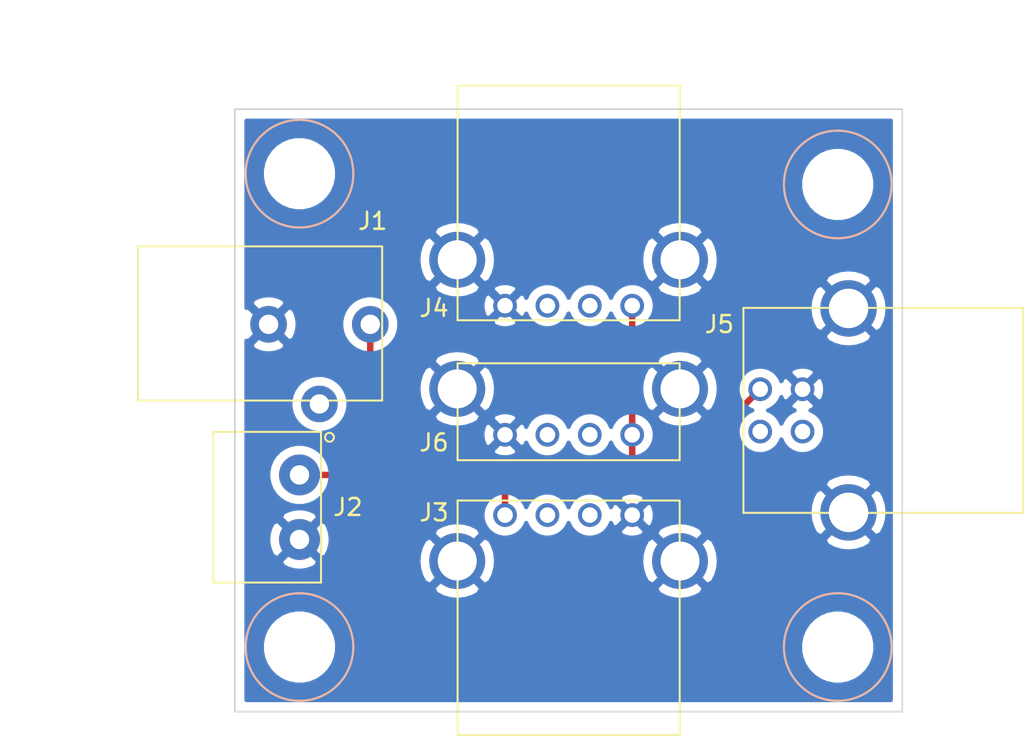
<source format=kicad_pcb>
(kicad_pcb (version 20171130) (host pcbnew "(5.1.4)-1")

  (general
    (thickness 1.6)
    (drawings 6)
    (tracks 10)
    (zones 0)
    (modules 10)
    (nets 3)
  )

  (page A4)
  (layers
    (0 F.Cu signal)
    (31 B.Cu signal)
    (32 B.Adhes user)
    (33 F.Adhes user)
    (34 B.Paste user)
    (35 F.Paste user)
    (36 B.SilkS user)
    (37 F.SilkS user)
    (38 B.Mask user)
    (39 F.Mask user)
    (40 Dwgs.User user)
    (41 Cmts.User user)
    (42 Eco1.User user)
    (43 Eco2.User user)
    (44 Edge.Cuts user)
    (45 Margin user)
    (46 B.CrtYd user)
    (47 F.CrtYd user)
    (48 B.Fab user hide)
    (49 F.Fab user hide)
  )

  (setup
    (last_trace_width 0.25)
    (user_trace_width 0.381)
    (trace_clearance 0.2)
    (zone_clearance 0.508)
    (zone_45_only no)
    (trace_min 0.2)
    (via_size 0.8)
    (via_drill 0.4)
    (via_min_size 0.4)
    (via_min_drill 0.3)
    (uvia_size 0.3)
    (uvia_drill 0.1)
    (uvias_allowed no)
    (uvia_min_size 0.2)
    (uvia_min_drill 0.1)
    (edge_width 0.05)
    (segment_width 0.2)
    (pcb_text_width 0.3)
    (pcb_text_size 1.5 1.5)
    (mod_edge_width 0.12)
    (mod_text_size 1 1)
    (mod_text_width 0.15)
    (pad_size 1.524 1.524)
    (pad_drill 0.762)
    (pad_to_mask_clearance 0.051)
    (solder_mask_min_width 0.25)
    (aux_axis_origin 132.715 84.455)
    (grid_origin 132.715 84.455)
    (visible_elements 7FFFFFFF)
    (pcbplotparams
      (layerselection 0x010fc_ffffffff)
      (usegerberextensions false)
      (usegerberattributes false)
      (usegerberadvancedattributes false)
      (creategerberjobfile false)
      (excludeedgelayer true)
      (linewidth 0.100000)
      (plotframeref false)
      (viasonmask false)
      (mode 1)
      (useauxorigin false)
      (hpglpennumber 1)
      (hpglpenspeed 20)
      (hpglpendiameter 15.000000)
      (psnegative false)
      (psa4output false)
      (plotreference true)
      (plotvalue true)
      (plotinvisibletext false)
      (padsonsilk false)
      (subtractmaskfromsilk false)
      (outputformat 1)
      (mirror false)
      (drillshape 0)
      (scaleselection 1)
      (outputdirectory ""))
  )

  (net 0 "")
  (net 1 GND)
  (net 2 /Pwr)

  (net_class Default "This is the default net class."
    (clearance 0.2)
    (trace_width 0.25)
    (via_dia 0.8)
    (via_drill 0.4)
    (uvia_dia 0.3)
    (uvia_drill 0.1)
    (add_net /Pwr)
    (add_net GND)
  )

  (module 0MiscParts:USB-A-Vert (layer F.Cu) (tedit 5E42F0E3) (tstamp 5E431762)
    (at 152.4 65.405 180)
    (path /5E50055E)
    (fp_text reference J6 (at 7.9375 -3.175) (layer F.SilkS)
      (effects (font (size 1 1) (thickness 0.15)))
    )
    (fp_text value USB_A (at 0 -5.08) (layer F.Fab)
      (effects (font (size 1 1) (thickness 0.15)))
    )
    (fp_line (start 6.55 -4.21) (end 6.55 1.51) (layer F.SilkS) (width 0.12))
    (fp_line (start -6.55 -4.21) (end -6.55 1.51) (layer F.SilkS) (width 0.12))
    (fp_line (start -6.55 -4.21) (end 6.55 -4.21) (layer F.SilkS) (width 0.12))
    (fp_line (start -6.55 1.51) (end 6.55 1.51) (layer F.SilkS) (width 0.12))
    (pad 4 thru_hole circle (at 3.75 -2.71 180) (size 1.397 1.397) (drill 0.92) (layers *.Cu *.Mask)
      (net 1 GND))
    (pad 3 thru_hole circle (at 1.25 -2.71 180) (size 1.397 1.397) (drill 0.92) (layers *.Cu *.Mask))
    (pad 2 thru_hole circle (at -1.25 -2.71 180) (size 1.397 1.397) (drill 0.92) (layers *.Cu *.Mask))
    (pad 1 thru_hole circle (at -3.75 -2.71 180) (size 1.397 1.397) (drill 0.92) (layers *.Cu *.Mask)
      (net 2 /Pwr))
    (pad 5 thru_hole circle (at 6.57 0 180) (size 3.3 3.3) (drill 2.3) (layers *.Cu *.Mask)
      (net 1 GND))
    (pad 5 thru_hole circle (at -6.57 0 180) (size 3.3 3.3) (drill 2.3) (layers *.Cu *.Mask)
      (net 1 GND))
  )

  (module 0MiscParts:USB-A (layer F.Cu) (tedit 5E42F10C) (tstamp 5E431068)
    (at 152.4 57.785 180)
    (path /5E4F317E)
    (fp_text reference J4 (at 7.9375 -2.8575 180) (layer F.SilkS)
      (effects (font (size 1 1) (thickness 0.15)))
    )
    (fp_text value USB_A (at 0 -4.9149 180) (layer F.Fab)
      (effects (font (size 1 1) (thickness 0.15)))
    )
    (fp_line (start -6.55 -3.57) (end 6.55 -3.57) (layer F.SilkS) (width 0.12))
    (fp_line (start 6.55 10.28) (end 6.55 -3.57) (layer F.SilkS) (width 0.12))
    (fp_line (start -6.55 10.28) (end -6.55 -3.57) (layer F.SilkS) (width 0.12))
    (fp_line (start -6.55 10.28) (end 6.55 10.28) (layer F.SilkS) (width 0.12))
    (pad 4 thru_hole circle (at 3.75 -2.71 180) (size 1.397 1.397) (drill 0.92) (layers *.Cu *.Mask)
      (net 1 GND))
    (pad 3 thru_hole circle (at 1.25 -2.71 180) (size 1.397 1.397) (drill 0.92) (layers *.Cu *.Mask))
    (pad 2 thru_hole circle (at -1.25 -2.71 180) (size 1.397 1.397) (drill 0.92) (layers *.Cu *.Mask))
    (pad 1 thru_hole circle (at -3.75 -2.71 180) (size 1.397 1.397) (drill 0.92) (layers *.Cu *.Mask)
      (net 2 /Pwr))
    (pad 5 thru_hole circle (at 6.57 0 180) (size 3.3 3.3) (drill 2.3) (layers *.Cu *.Mask)
      (net 1 GND))
    (pad 5 thru_hole circle (at -6.57 0 180) (size 3.3 3.3) (drill 2.3) (layers *.Cu *.Mask)
      (net 1 GND))
  )

  (module 0MiscParts:USB-A (layer F.Cu) (tedit 5E42F10C) (tstamp 5E43105A)
    (at 152.4 75.565)
    (path /5E4F9B8D)
    (fp_text reference J3 (at -7.9375 -2.8575) (layer F.SilkS)
      (effects (font (size 1 1) (thickness 0.15)))
    )
    (fp_text value USB_A (at 0 -4.9149) (layer F.Fab)
      (effects (font (size 1 1) (thickness 0.15)))
    )
    (fp_line (start -6.55 -3.57) (end 6.55 -3.57) (layer F.SilkS) (width 0.12))
    (fp_line (start 6.55 10.28) (end 6.55 -3.57) (layer F.SilkS) (width 0.12))
    (fp_line (start -6.55 10.28) (end -6.55 -3.57) (layer F.SilkS) (width 0.12))
    (fp_line (start -6.55 10.28) (end 6.55 10.28) (layer F.SilkS) (width 0.12))
    (pad 4 thru_hole circle (at 3.75 -2.71) (size 1.397 1.397) (drill 0.92) (layers *.Cu *.Mask)
      (net 1 GND))
    (pad 3 thru_hole circle (at 1.25 -2.71) (size 1.397 1.397) (drill 0.92) (layers *.Cu *.Mask))
    (pad 2 thru_hole circle (at -1.25 -2.71) (size 1.397 1.397) (drill 0.92) (layers *.Cu *.Mask))
    (pad 1 thru_hole circle (at -3.75 -2.71) (size 1.397 1.397) (drill 0.92) (layers *.Cu *.Mask)
      (net 2 /Pwr))
    (pad 5 thru_hole circle (at 6.57 0) (size 3.3 3.3) (drill 2.3) (layers *.Cu *.Mask)
      (net 1 GND))
    (pad 5 thru_hole circle (at -6.57 0) (size 3.3 3.3) (drill 2.3) (layers *.Cu *.Mask)
      (net 1 GND))
  )

  (module 0MiscParts:USB-B (layer F.Cu) (tedit 5E429EDE) (tstamp 5E431076)
    (at 168.91 66.675 90)
    (path /5E4F4D86)
    (fp_text reference J5 (at 5.08 -7.62 180) (layer F.SilkS)
      (effects (font (size 1 1) (thickness 0.15)))
    )
    (fp_text value USB_B (at -1.27 -12.7 90) (layer F.Fab)
      (effects (font (size 1 1) (thickness 0.15)))
    )
    (fp_line (start -6.05 -6.2) (end 6.05 -6.2) (layer F.SilkS) (width 0.12))
    (fp_line (start 6.05 10.3) (end 6.05 -6.2) (layer F.SilkS) (width 0.12))
    (fp_line (start -6.05 10.3) (end -6.05 -6.2) (layer F.SilkS) (width 0.12))
    (fp_line (start -6.05 10.3) (end 6.05 10.3) (layer F.SilkS) (width 0.12))
    (pad 4 thru_hole circle (at 1.25 -2.71 90) (size 1.397 1.397) (drill 0.92) (layers *.Cu *.Mask)
      (net 1 GND))
    (pad 3 thru_hole circle (at -1.25 -2.71 90) (size 1.397 1.397) (drill 0.92) (layers *.Cu *.Mask))
    (pad 2 thru_hole circle (at -1.25 -5.21 90) (size 1.397 1.397) (drill 0.92) (layers *.Cu *.Mask))
    (pad 5 thru_hole circle (at 6.02 0 90) (size 3.33 3.33) (drill 2.33) (layers *.Cu *.Mask)
      (net 1 GND))
    (pad 5 thru_hole circle (at -6.02 0 90) (size 3.33 3.33) (drill 2.33) (layers *.Cu *.Mask)
      (net 1 GND))
    (pad 1 thru_hole circle (at 1.25 -5.21 90) (size 1.397 1.397) (drill 0.92) (layers *.Cu *.Mask)
      (net 2 /Pwr))
  )

  (module "0MiscParts:2 Pin 3.81mm" (layer F.Cu) (tedit 5D595D92) (tstamp 5E43104C)
    (at 136.525 72.39 270)
    (path /5E4F1BC6)
    (fp_text reference J2 (at 0 -2.8575 180) (layer F.SilkS)
      (effects (font (size 1 1) (thickness 0.15)))
    )
    (fp_text value Conn_01x02 (at 0 2.286 90) (layer F.Fab)
      (effects (font (size 1 1) (thickness 0.15)))
    )
    (fp_circle (center -4.1275 -1.770183) (end -4.064 -1.516183) (layer F.SilkS) (width 0.12))
    (fp_line (start -4.445 -1.27) (end -4.445 5.08) (layer F.SilkS) (width 0.12))
    (fp_line (start -4.445 5.08) (end 4.445 5.08) (layer F.SilkS) (width 0.12))
    (fp_line (start 4.445 5.08) (end 4.445 -1.27) (layer F.SilkS) (width 0.12))
    (fp_line (start -4.445 -1.27) (end 4.445 -1.27) (layer F.SilkS) (width 0.12))
    (pad 1 thru_hole circle (at -1.905 0 270) (size 2.413 2.413) (drill 1.143) (layers *.Cu *.Mask)
      (net 2 /Pwr))
    (pad 2 thru_hole circle (at 1.905 0 270) (size 2.413 2.413) (drill 1.143) (layers *.Cu *.Mask)
      (net 1 GND))
  )

  (module 0MiscParts:PJ-102 (layer F.Cu) (tedit 5E428708) (tstamp 5E431041)
    (at 127 61.595)
    (path /5E4F1101)
    (fp_text reference J1 (at 13.843 -6.096) (layer F.SilkS)
      (effects (font (size 1 1) (thickness 0.15)))
    )
    (fp_text value PJ-102 (at 7.6 6.8) (layer F.Fab)
      (effects (font (size 1 1) (thickness 0.15)))
    )
    (fp_line (start -0.5 5) (end -0.5 -5) (layer F.CrtYd) (width 0.05))
    (fp_line (start 15 5) (end -0.5 5) (layer F.CrtYd) (width 0.05))
    (fp_line (start 15 -5) (end 15 5) (layer F.CrtYd) (width 0.05))
    (fp_line (start -0.5 -5) (end 15 -5) (layer F.CrtYd) (width 0.05))
    (fp_line (start 0 4.5) (end 0 -4.5) (layer F.SilkS) (width 0.12))
    (fp_line (start 14.4 4.5) (end 0 4.5) (layer F.SilkS) (width 0.12))
    (fp_line (start 14.4 -4.6) (end 14.4 4.5) (layer F.SilkS) (width 0.12))
    (fp_line (start 0 -4.6) (end 14.4 -4.6) (layer F.SilkS) (width 0.12))
    (pad 3 thru_hole circle (at 10.7 4.7) (size 2.159 2.159) (drill 1.143) (layers *.Cu *.Mask))
    (pad 2 thru_hole circle (at 7.7 0) (size 2.159 2.159) (drill 1.143) (layers *.Cu *.Mask)
      (net 1 GND))
    (pad 1 thru_hole circle (at 13.7 0) (size 2.159 2.159) (drill 1.143) (layers *.Cu *.Mask)
      (net 2 /Pwr))
  )

  (module "0MiscParts:MountingHole _1-8_1-4" (layer F.Cu) (tedit 5E4292CA) (tstamp 5E431032)
    (at 168.275 53.34)
    (path /5E4FB491)
    (fp_text reference H4 (at 0 2.032) (layer F.Fab)
      (effects (font (size 1 1) (thickness 0.15)))
    )
    (fp_text value MountingHole (at 0 -2.032) (layer F.Fab)
      (effects (font (size 1 1) (thickness 0.15)))
    )
    (fp_circle (center 0 0) (end 3.175 0) (layer B.SilkS) (width 0.12))
    (fp_circle (center 0 0) (end 3.175 0) (layer F.SilkS) (width 0.12))
    (pad "" np_thru_hole circle (at 0 0) (size 3.175 3.175) (drill 3.175) (layers *.Cu *.Mask))
  )

  (module "0MiscParts:MountingHole _1-8_1-4" (layer F.Cu) (tedit 5E4292CA) (tstamp 5E43102B)
    (at 168.275 80.645)
    (path /5E4FB2A2)
    (fp_text reference H3 (at 0 2.032) (layer F.Fab)
      (effects (font (size 1 1) (thickness 0.15)))
    )
    (fp_text value MountingHole (at 0 -2.032) (layer F.Fab)
      (effects (font (size 1 1) (thickness 0.15)))
    )
    (fp_circle (center 0 0) (end 3.175 0) (layer B.SilkS) (width 0.12))
    (fp_circle (center 0 0) (end 3.175 0) (layer F.SilkS) (width 0.12))
    (pad "" np_thru_hole circle (at 0 0) (size 3.175 3.175) (drill 3.175) (layers *.Cu *.Mask))
  )

  (module "0MiscParts:MountingHole _1-8_1-4" (layer F.Cu) (tedit 5E4292CA) (tstamp 5E431024)
    (at 136.525 80.645)
    (path /5E4FB13B)
    (fp_text reference H2 (at 0 2.032) (layer F.Fab)
      (effects (font (size 1 1) (thickness 0.15)))
    )
    (fp_text value MountingHole (at 0 -2.032) (layer F.Fab)
      (effects (font (size 1 1) (thickness 0.15)))
    )
    (fp_circle (center 0 0) (end 3.175 0) (layer B.SilkS) (width 0.12))
    (fp_circle (center 0 0) (end 3.175 0) (layer F.SilkS) (width 0.12))
    (pad "" np_thru_hole circle (at 0 0) (size 3.175 3.175) (drill 3.175) (layers *.Cu *.Mask))
  )

  (module "0MiscParts:MountingHole _1-8_1-4" (layer F.Cu) (tedit 5E4292CA) (tstamp 5E43101D)
    (at 136.525 52.705 90)
    (path /5E4FA7BF)
    (fp_text reference H1 (at 0 2.032 90) (layer F.Fab)
      (effects (font (size 1 1) (thickness 0.15)))
    )
    (fp_text value MountingHole (at 0 -2.032 90) (layer F.Fab)
      (effects (font (size 1 1) (thickness 0.15)))
    )
    (fp_circle (center 0 0) (end 3.175 0) (layer B.SilkS) (width 0.12))
    (fp_circle (center 0 0) (end 3.175 0) (layer F.SilkS) (width 0.12))
    (pad "" np_thru_hole circle (at 0 0 90) (size 3.175 3.175) (drill 3.175) (layers *.Cu *.Mask))
  )

  (dimension 35.56 (width 0.15) (layer Dwgs.User)
    (gr_text "1.4000 in" (at 122.525 66.675 90) (layer Dwgs.User)
      (effects (font (size 1 1) (thickness 0.15)))
    )
    (feature1 (pts (xy 132.715 48.895) (xy 123.238579 48.895)))
    (feature2 (pts (xy 132.715 84.455) (xy 123.238579 84.455)))
    (crossbar (pts (xy 123.825 84.455) (xy 123.825 48.895)))
    (arrow1a (pts (xy 123.825 48.895) (xy 124.411421 50.021504)))
    (arrow1b (pts (xy 123.825 48.895) (xy 123.238579 50.021504)))
    (arrow2a (pts (xy 123.825 84.455) (xy 124.411421 83.328496)))
    (arrow2b (pts (xy 123.825 84.455) (xy 123.238579 83.328496)))
  )
  (dimension 39.37 (width 0.15) (layer Dwgs.User)
    (gr_text "1.5500 in" (at 152.4 43.15) (layer Dwgs.User)
      (effects (font (size 1 1) (thickness 0.15)))
    )
    (feature1 (pts (xy 172.085 48.895) (xy 172.085 43.863579)))
    (feature2 (pts (xy 132.715 48.895) (xy 132.715 43.863579)))
    (crossbar (pts (xy 132.715 44.45) (xy 172.085 44.45)))
    (arrow1a (pts (xy 172.085 44.45) (xy 170.958496 45.036421)))
    (arrow1b (pts (xy 172.085 44.45) (xy 170.958496 43.863579)))
    (arrow2a (pts (xy 132.715 44.45) (xy 133.841504 45.036421)))
    (arrow2b (pts (xy 132.715 44.45) (xy 133.841504 43.863579)))
  )
  (gr_line (start 132.715 84.455) (end 132.715 48.895) (layer Edge.Cuts) (width 0.1))
  (gr_line (start 172.085 84.455) (end 132.715 84.455) (layer Edge.Cuts) (width 0.1))
  (gr_line (start 172.085 48.895) (end 172.085 84.455) (layer Edge.Cuts) (width 0.1))
  (gr_line (start 132.715 48.895) (end 172.085 48.895) (layer Edge.Cuts) (width 0.1))

  (segment (start 156.15 60.495) (end 156.15 68.115) (width 0.381) (layer F.Cu) (net 2))
  (segment (start 158.64 70.485) (end 163.7 65.425) (width 0.381) (layer F.Cu) (net 2))
  (segment (start 156.15 70.425) (end 156.21 70.485) (width 0.381) (layer F.Cu) (net 2))
  (segment (start 156.15 68.115) (end 156.15 70.425) (width 0.381) (layer F.Cu) (net 2))
  (segment (start 156.21 70.485) (end 158.64 70.485) (width 0.381) (layer F.Cu) (net 2))
  (segment (start 148.65 72.855) (end 148.65 70.545) (width 0.381) (layer F.Cu) (net 2))
  (segment (start 136.525 70.485) (end 140.335 70.485) (width 0.381) (layer F.Cu) (net 2))
  (segment (start 140.335 70.485) (end 156.21 70.485) (width 0.381) (layer F.Cu) (net 2))
  (segment (start 140.7 70.469) (end 140.716 70.485) (width 0.381) (layer F.Cu) (net 2))
  (segment (start 140.7 61.595) (end 140.7 70.469) (width 0.381) (layer F.Cu) (net 2))

  (zone (net 1) (net_name GND) (layer B.Cu) (tstamp 5E434366) (hatch edge 0.508)
    (connect_pads (clearance 0.508))
    (min_thickness 0.254)
    (fill yes (arc_segments 32) (thermal_gap 0.508) (thermal_bridge_width 0.508))
    (polygon
      (pts
        (xy 132.08 48.26) (xy 172.72 48.26) (xy 172.72 85.09) (xy 132.08 85.09)
      )
    )
    (filled_polygon
      (pts
        (xy 171.400001 83.77) (xy 133.4 83.77) (xy 133.4 80.426103) (xy 134.3025 80.426103) (xy 134.3025 80.863897)
        (xy 134.387909 81.293279) (xy 134.555446 81.697749) (xy 134.798671 82.061761) (xy 135.108239 82.371329) (xy 135.472251 82.614554)
        (xy 135.876721 82.782091) (xy 136.306103 82.8675) (xy 136.743897 82.8675) (xy 137.173279 82.782091) (xy 137.577749 82.614554)
        (xy 137.941761 82.371329) (xy 138.251329 82.061761) (xy 138.494554 81.697749) (xy 138.662091 81.293279) (xy 138.7475 80.863897)
        (xy 138.7475 80.426103) (xy 166.0525 80.426103) (xy 166.0525 80.863897) (xy 166.137909 81.293279) (xy 166.305446 81.697749)
        (xy 166.548671 82.061761) (xy 166.858239 82.371329) (xy 167.222251 82.614554) (xy 167.626721 82.782091) (xy 168.056103 82.8675)
        (xy 168.493897 82.8675) (xy 168.923279 82.782091) (xy 169.327749 82.614554) (xy 169.691761 82.371329) (xy 170.001329 82.061761)
        (xy 170.244554 81.697749) (xy 170.412091 81.293279) (xy 170.4975 80.863897) (xy 170.4975 80.426103) (xy 170.412091 79.996721)
        (xy 170.244554 79.592251) (xy 170.001329 79.228239) (xy 169.691761 78.918671) (xy 169.327749 78.675446) (xy 168.923279 78.507909)
        (xy 168.493897 78.4225) (xy 168.056103 78.4225) (xy 167.626721 78.507909) (xy 167.222251 78.675446) (xy 166.858239 78.918671)
        (xy 166.548671 79.228239) (xy 166.305446 79.592251) (xy 166.137909 79.996721) (xy 166.0525 80.426103) (xy 138.7475 80.426103)
        (xy 138.662091 79.996721) (xy 138.494554 79.592251) (xy 138.251329 79.228239) (xy 137.941761 78.918671) (xy 137.577749 78.675446)
        (xy 137.173279 78.507909) (xy 136.743897 78.4225) (xy 136.306103 78.4225) (xy 135.876721 78.507909) (xy 135.472251 78.675446)
        (xy 135.108239 78.918671) (xy 134.798671 79.228239) (xy 134.555446 79.592251) (xy 134.387909 79.996721) (xy 134.3025 80.426103)
        (xy 133.4 80.426103) (xy 133.4 77.163435) (xy 144.41117 77.163435) (xy 144.585223 77.494354) (xy 144.98554 77.700125)
        (xy 145.418308 77.823846) (xy 145.866898 77.860759) (xy 146.31407 77.809449) (xy 146.742639 77.671885) (xy 147.074777 77.494354)
        (xy 147.24883 77.163435) (xy 157.55117 77.163435) (xy 157.725223 77.494354) (xy 158.12554 77.700125) (xy 158.558308 77.823846)
        (xy 159.006898 77.860759) (xy 159.45407 77.809449) (xy 159.882639 77.671885) (xy 160.214777 77.494354) (xy 160.38883 77.163435)
        (xy 158.97 75.744605) (xy 157.55117 77.163435) (xy 147.24883 77.163435) (xy 145.83 75.744605) (xy 144.41117 77.163435)
        (xy 133.4 77.163435) (xy 133.4 75.577611) (xy 135.421994 75.577611) (xy 135.542666 75.863132) (xy 135.867469 76.024645)
        (xy 136.21754 76.119688) (xy 136.579427 76.14461) (xy 136.939222 76.098452) (xy 137.283099 75.982988) (xy 137.507334 75.863132)
        (xy 137.617741 75.601898) (xy 143.534241 75.601898) (xy 143.585551 76.04907) (xy 143.723115 76.477639) (xy 143.900646 76.809777)
        (xy 144.231565 76.98383) (xy 145.650395 75.565) (xy 146.009605 75.565) (xy 147.428435 76.98383) (xy 147.759354 76.809777)
        (xy 147.965125 76.40946) (xy 148.088846 75.976692) (xy 148.119686 75.601898) (xy 156.674241 75.601898) (xy 156.725551 76.04907)
        (xy 156.863115 76.477639) (xy 157.040646 76.809777) (xy 157.371565 76.98383) (xy 158.790395 75.565) (xy 159.149605 75.565)
        (xy 160.568435 76.98383) (xy 160.899354 76.809777) (xy 161.105125 76.40946) (xy 161.228846 75.976692) (xy 161.265759 75.528102)
        (xy 161.214449 75.08093) (xy 161.076885 74.652361) (xy 160.899354 74.320223) (xy 160.868725 74.304113) (xy 167.480492 74.304113)
        (xy 167.65635 74.636566) (xy 168.059219 74.843834) (xy 168.494783 74.968524) (xy 168.946303 75.005843) (xy 169.396429 74.954359)
        (xy 169.827861 74.816049) (xy 170.16365 74.636566) (xy 170.339508 74.304113) (xy 168.91 72.874605) (xy 167.480492 74.304113)
        (xy 160.868725 74.304113) (xy 160.568435 74.14617) (xy 159.149605 75.565) (xy 158.790395 75.565) (xy 157.371565 74.14617)
        (xy 157.040646 74.320223) (xy 156.834875 74.72054) (xy 156.711154 75.153308) (xy 156.674241 75.601898) (xy 148.119686 75.601898)
        (xy 148.125759 75.528102) (xy 148.074449 75.08093) (xy 147.936885 74.652361) (xy 147.759354 74.320223) (xy 147.428435 74.14617)
        (xy 146.009605 75.565) (xy 145.650395 75.565) (xy 144.231565 74.14617) (xy 143.900646 74.320223) (xy 143.694875 74.72054)
        (xy 143.571154 75.153308) (xy 143.534241 75.601898) (xy 137.617741 75.601898) (xy 137.628006 75.577611) (xy 136.525 74.474605)
        (xy 135.421994 75.577611) (xy 133.4 75.577611) (xy 133.4 74.349427) (xy 134.67539 74.349427) (xy 134.721548 74.709222)
        (xy 134.837012 75.053099) (xy 134.956868 75.277334) (xy 135.242389 75.398006) (xy 136.345395 74.295) (xy 136.704605 74.295)
        (xy 137.807611 75.398006) (xy 138.093132 75.277334) (xy 138.254645 74.952531) (xy 138.349688 74.60246) (xy 138.37461 74.240573)
        (xy 138.339458 73.966565) (xy 144.41117 73.966565) (xy 145.83 75.385395) (xy 147.24883 73.966565) (xy 147.074777 73.635646)
        (xy 146.67446 73.429875) (xy 146.241692 73.306154) (xy 145.793102 73.269241) (xy 145.34593 73.320551) (xy 144.917361 73.458115)
        (xy 144.585223 73.635646) (xy 144.41117 73.966565) (xy 138.339458 73.966565) (xy 138.328452 73.880778) (xy 138.212988 73.536901)
        (xy 138.093132 73.312666) (xy 137.807611 73.191994) (xy 136.704605 74.295) (xy 136.345395 74.295) (xy 135.242389 73.191994)
        (xy 134.956868 73.312666) (xy 134.795355 73.637469) (xy 134.700312 73.98754) (xy 134.67539 74.349427) (xy 133.4 74.349427)
        (xy 133.4 73.012389) (xy 135.421994 73.012389) (xy 136.525 74.115395) (xy 137.628006 73.012389) (xy 137.507334 72.726868)
        (xy 137.500887 72.723662) (xy 147.3165 72.723662) (xy 147.3165 72.986338) (xy 147.367746 73.243968) (xy 147.468268 73.486649)
        (xy 147.614203 73.705057) (xy 147.799943 73.890797) (xy 148.018351 74.036732) (xy 148.261032 74.137254) (xy 148.518662 74.1885)
        (xy 148.781338 74.1885) (xy 149.038968 74.137254) (xy 149.281649 74.036732) (xy 149.500057 73.890797) (xy 149.685797 73.705057)
        (xy 149.831732 73.486649) (xy 149.9 73.321836) (xy 149.968268 73.486649) (xy 150.114203 73.705057) (xy 150.299943 73.890797)
        (xy 150.518351 74.036732) (xy 150.761032 74.137254) (xy 151.018662 74.1885) (xy 151.281338 74.1885) (xy 151.538968 74.137254)
        (xy 151.781649 74.036732) (xy 152.000057 73.890797) (xy 152.185797 73.705057) (xy 152.331732 73.486649) (xy 152.4 73.321836)
        (xy 152.468268 73.486649) (xy 152.614203 73.705057) (xy 152.799943 73.890797) (xy 153.018351 74.036732) (xy 153.261032 74.137254)
        (xy 153.518662 74.1885) (xy 153.781338 74.1885) (xy 154.038968 74.137254) (xy 154.281649 74.036732) (xy 154.500057 73.890797)
        (xy 154.615657 73.775197) (xy 155.409408 73.775197) (xy 155.468686 74.008812) (xy 155.706875 74.119559) (xy 155.962093 74.181711)
        (xy 156.224533 74.192876) (xy 156.484107 74.152629) (xy 156.730842 74.062514) (xy 156.831314 74.008812) (xy 156.842033 73.966565)
        (xy 157.55117 73.966565) (xy 158.97 75.385395) (xy 160.38883 73.966565) (xy 160.214777 73.635646) (xy 159.81446 73.429875)
        (xy 159.381692 73.306154) (xy 158.933102 73.269241) (xy 158.48593 73.320551) (xy 158.057361 73.458115) (xy 157.725223 73.635646)
        (xy 157.55117 73.966565) (xy 156.842033 73.966565) (xy 156.890592 73.775197) (xy 156.15 73.034605) (xy 155.409408 73.775197)
        (xy 154.615657 73.775197) (xy 154.685797 73.705057) (xy 154.831732 73.486649) (xy 154.90045 73.320748) (xy 154.942486 73.435842)
        (xy 154.996188 73.536314) (xy 155.229803 73.595592) (xy 155.970395 72.855) (xy 156.329605 72.855) (xy 157.070197 73.595592)
        (xy 157.303812 73.536314) (xy 157.414559 73.298125) (xy 157.476711 73.042907) (xy 157.487876 72.780467) (xy 157.480254 72.731303)
        (xy 166.599157 72.731303) (xy 166.650641 73.181429) (xy 166.788951 73.612861) (xy 166.968434 73.94865) (xy 167.300887 74.124508)
        (xy 168.730395 72.695) (xy 169.089605 72.695) (xy 170.519113 74.124508) (xy 170.851566 73.94865) (xy 171.058834 73.545781)
        (xy 171.183524 73.110217) (xy 171.220843 72.658697) (xy 171.169359 72.208571) (xy 171.031049 71.777139) (xy 170.851566 71.44135)
        (xy 170.519113 71.265492) (xy 169.089605 72.695) (xy 168.730395 72.695) (xy 167.300887 71.265492) (xy 166.968434 71.44135)
        (xy 166.761166 71.844219) (xy 166.636476 72.279783) (xy 166.599157 72.731303) (xy 157.480254 72.731303) (xy 157.447629 72.520893)
        (xy 157.357514 72.274158) (xy 157.303812 72.173686) (xy 157.070197 72.114408) (xy 156.329605 72.855) (xy 155.970395 72.855)
        (xy 155.229803 72.114408) (xy 154.996188 72.173686) (xy 154.898335 72.384144) (xy 154.831732 72.223351) (xy 154.685797 72.004943)
        (xy 154.615657 71.934803) (xy 155.409408 71.934803) (xy 156.15 72.675395) (xy 156.890592 71.934803) (xy 156.831314 71.701188)
        (xy 156.593125 71.590441) (xy 156.337907 71.528289) (xy 156.075467 71.517124) (xy 155.815893 71.557371) (xy 155.569158 71.647486)
        (xy 155.468686 71.701188) (xy 155.409408 71.934803) (xy 154.615657 71.934803) (xy 154.500057 71.819203) (xy 154.281649 71.673268)
        (xy 154.038968 71.572746) (xy 153.781338 71.5215) (xy 153.518662 71.5215) (xy 153.261032 71.572746) (xy 153.018351 71.673268)
        (xy 152.799943 71.819203) (xy 152.614203 72.004943) (xy 152.468268 72.223351) (xy 152.4 72.388164) (xy 152.331732 72.223351)
        (xy 152.185797 72.004943) (xy 152.000057 71.819203) (xy 151.781649 71.673268) (xy 151.538968 71.572746) (xy 151.281338 71.5215)
        (xy 151.018662 71.5215) (xy 150.761032 71.572746) (xy 150.518351 71.673268) (xy 150.299943 71.819203) (xy 150.114203 72.004943)
        (xy 149.968268 72.223351) (xy 149.9 72.388164) (xy 149.831732 72.223351) (xy 149.685797 72.004943) (xy 149.500057 71.819203)
        (xy 149.281649 71.673268) (xy 149.038968 71.572746) (xy 148.781338 71.5215) (xy 148.518662 71.5215) (xy 148.261032 71.572746)
        (xy 148.018351 71.673268) (xy 147.799943 71.819203) (xy 147.614203 72.004943) (xy 147.468268 72.223351) (xy 147.367746 72.466032)
        (xy 147.3165 72.723662) (xy 137.500887 72.723662) (xy 137.182531 72.565355) (xy 136.83246 72.470312) (xy 136.470573 72.44539)
        (xy 136.110778 72.491548) (xy 135.766901 72.607012) (xy 135.542666 72.726868) (xy 135.421994 73.012389) (xy 133.4 73.012389)
        (xy 133.4 70.303628) (xy 134.6835 70.303628) (xy 134.6835 70.666372) (xy 134.754268 71.022146) (xy 134.893084 71.357277)
        (xy 135.094614 71.658888) (xy 135.351112 71.915386) (xy 135.652723 72.116916) (xy 135.987854 72.255732) (xy 136.343628 72.3265)
        (xy 136.706372 72.3265) (xy 137.062146 72.255732) (xy 137.397277 72.116916) (xy 137.698888 71.915386) (xy 137.955386 71.658888)
        (xy 138.156916 71.357277) (xy 138.269329 71.085887) (xy 167.480492 71.085887) (xy 168.91 72.515395) (xy 170.339508 71.085887)
        (xy 170.16365 70.753434) (xy 169.760781 70.546166) (xy 169.325217 70.421476) (xy 168.873697 70.384157) (xy 168.423571 70.435641)
        (xy 167.992139 70.573951) (xy 167.65635 70.753434) (xy 167.480492 71.085887) (xy 138.269329 71.085887) (xy 138.295732 71.022146)
        (xy 138.3665 70.666372) (xy 138.3665 70.303628) (xy 138.295732 69.947854) (xy 138.156916 69.612723) (xy 137.955386 69.311112)
        (xy 137.698888 69.054614) (xy 137.669829 69.035197) (xy 147.909408 69.035197) (xy 147.968686 69.268812) (xy 148.206875 69.379559)
        (xy 148.462093 69.441711) (xy 148.724533 69.452876) (xy 148.984107 69.412629) (xy 149.230842 69.322514) (xy 149.331314 69.268812)
        (xy 149.390592 69.035197) (xy 148.65 68.294605) (xy 147.909408 69.035197) (xy 137.669829 69.035197) (xy 137.397277 68.853084)
        (xy 137.062146 68.714268) (xy 136.706372 68.6435) (xy 136.343628 68.6435) (xy 135.987854 68.714268) (xy 135.652723 68.853084)
        (xy 135.351112 69.054614) (xy 135.094614 69.311112) (xy 134.893084 69.612723) (xy 134.754268 69.947854) (xy 134.6835 70.303628)
        (xy 133.4 70.303628) (xy 133.4 68.189533) (xy 147.312124 68.189533) (xy 147.352371 68.449107) (xy 147.442486 68.695842)
        (xy 147.496188 68.796314) (xy 147.729803 68.855592) (xy 148.470395 68.115) (xy 148.829605 68.115) (xy 149.570197 68.855592)
        (xy 149.803812 68.796314) (xy 149.901665 68.585856) (xy 149.968268 68.746649) (xy 150.114203 68.965057) (xy 150.299943 69.150797)
        (xy 150.518351 69.296732) (xy 150.761032 69.397254) (xy 151.018662 69.4485) (xy 151.281338 69.4485) (xy 151.538968 69.397254)
        (xy 151.781649 69.296732) (xy 152.000057 69.150797) (xy 152.185797 68.965057) (xy 152.331732 68.746649) (xy 152.4 68.581836)
        (xy 152.468268 68.746649) (xy 152.614203 68.965057) (xy 152.799943 69.150797) (xy 153.018351 69.296732) (xy 153.261032 69.397254)
        (xy 153.518662 69.4485) (xy 153.781338 69.4485) (xy 154.038968 69.397254) (xy 154.281649 69.296732) (xy 154.500057 69.150797)
        (xy 154.685797 68.965057) (xy 154.831732 68.746649) (xy 154.9 68.581836) (xy 154.968268 68.746649) (xy 155.114203 68.965057)
        (xy 155.299943 69.150797) (xy 155.518351 69.296732) (xy 155.761032 69.397254) (xy 156.018662 69.4485) (xy 156.281338 69.4485)
        (xy 156.538968 69.397254) (xy 156.781649 69.296732) (xy 157.000057 69.150797) (xy 157.185797 68.965057) (xy 157.331732 68.746649)
        (xy 157.432254 68.503968) (xy 157.4835 68.246338) (xy 157.4835 67.983662) (xy 157.432254 67.726032) (xy 157.331732 67.483351)
        (xy 157.185797 67.264943) (xy 157.000057 67.079203) (xy 156.886662 67.003435) (xy 157.55117 67.003435) (xy 157.725223 67.334354)
        (xy 158.12554 67.540125) (xy 158.558308 67.663846) (xy 159.006898 67.700759) (xy 159.45407 67.649449) (xy 159.882639 67.511885)
        (xy 160.214777 67.334354) (xy 160.38883 67.003435) (xy 158.97 65.584605) (xy 157.55117 67.003435) (xy 156.886662 67.003435)
        (xy 156.781649 66.933268) (xy 156.538968 66.832746) (xy 156.281338 66.7815) (xy 156.018662 66.7815) (xy 155.761032 66.832746)
        (xy 155.518351 66.933268) (xy 155.299943 67.079203) (xy 155.114203 67.264943) (xy 154.968268 67.483351) (xy 154.9 67.648164)
        (xy 154.831732 67.483351) (xy 154.685797 67.264943) (xy 154.500057 67.079203) (xy 154.281649 66.933268) (xy 154.038968 66.832746)
        (xy 153.781338 66.7815) (xy 153.518662 66.7815) (xy 153.261032 66.832746) (xy 153.018351 66.933268) (xy 152.799943 67.079203)
        (xy 152.614203 67.264943) (xy 152.468268 67.483351) (xy 152.4 67.648164) (xy 152.331732 67.483351) (xy 152.185797 67.264943)
        (xy 152.000057 67.079203) (xy 151.781649 66.933268) (xy 151.538968 66.832746) (xy 151.281338 66.7815) (xy 151.018662 66.7815)
        (xy 150.761032 66.832746) (xy 150.518351 66.933268) (xy 150.299943 67.079203) (xy 150.114203 67.264943) (xy 149.968268 67.483351)
        (xy 149.89955 67.649252) (xy 149.857514 67.534158) (xy 149.803812 67.433686) (xy 149.570197 67.374408) (xy 148.829605 68.115)
        (xy 148.470395 68.115) (xy 147.729803 67.374408) (xy 147.496188 67.433686) (xy 147.385441 67.671875) (xy 147.323289 67.927093)
        (xy 147.312124 68.189533) (xy 133.4 68.189533) (xy 133.4 66.126136) (xy 135.9855 66.126136) (xy 135.9855 66.463864)
        (xy 136.051387 66.795101) (xy 136.18063 67.10712) (xy 136.368261 67.38793) (xy 136.60707 67.626739) (xy 136.88788 67.81437)
        (xy 137.199899 67.943613) (xy 137.531136 68.0095) (xy 137.868864 68.0095) (xy 138.200101 67.943613) (xy 138.51212 67.81437)
        (xy 138.79293 67.626739) (xy 139.031739 67.38793) (xy 139.21937 67.10712) (xy 139.262317 67.003435) (xy 144.41117 67.003435)
        (xy 144.585223 67.334354) (xy 144.98554 67.540125) (xy 145.418308 67.663846) (xy 145.866898 67.700759) (xy 146.31407 67.649449)
        (xy 146.742639 67.511885) (xy 147.074777 67.334354) (xy 147.148176 67.194803) (xy 147.909408 67.194803) (xy 148.65 67.935395)
        (xy 149.390592 67.194803) (xy 149.331314 66.961188) (xy 149.093125 66.850441) (xy 148.837907 66.788289) (xy 148.575467 66.777124)
        (xy 148.315893 66.817371) (xy 148.069158 66.907486) (xy 147.968686 66.961188) (xy 147.909408 67.194803) (xy 147.148176 67.194803)
        (xy 147.24883 67.003435) (xy 145.83 65.584605) (xy 144.41117 67.003435) (xy 139.262317 67.003435) (xy 139.348613 66.795101)
        (xy 139.4145 66.463864) (xy 139.4145 66.126136) (xy 139.348613 65.794899) (xy 139.21937 65.48288) (xy 139.191987 65.441898)
        (xy 143.534241 65.441898) (xy 143.585551 65.88907) (xy 143.723115 66.317639) (xy 143.900646 66.649777) (xy 144.231565 66.82383)
        (xy 145.650395 65.405) (xy 146.009605 65.405) (xy 147.428435 66.82383) (xy 147.759354 66.649777) (xy 147.965125 66.24946)
        (xy 148.088846 65.816692) (xy 148.119686 65.441898) (xy 156.674241 65.441898) (xy 156.725551 65.88907) (xy 156.863115 66.317639)
        (xy 157.040646 66.649777) (xy 157.371565 66.82383) (xy 158.790395 65.405) (xy 159.149605 65.405) (xy 160.568435 66.82383)
        (xy 160.899354 66.649777) (xy 161.105125 66.24946) (xy 161.228846 65.816692) (xy 161.265759 65.368102) (xy 161.257218 65.293662)
        (xy 162.3665 65.293662) (xy 162.3665 65.556338) (xy 162.417746 65.813968) (xy 162.518268 66.056649) (xy 162.664203 66.275057)
        (xy 162.849943 66.460797) (xy 163.068351 66.606732) (xy 163.233164 66.675) (xy 163.068351 66.743268) (xy 162.849943 66.889203)
        (xy 162.664203 67.074943) (xy 162.518268 67.293351) (xy 162.417746 67.536032) (xy 162.3665 67.793662) (xy 162.3665 68.056338)
        (xy 162.417746 68.313968) (xy 162.518268 68.556649) (xy 162.664203 68.775057) (xy 162.849943 68.960797) (xy 163.068351 69.106732)
        (xy 163.311032 69.207254) (xy 163.568662 69.2585) (xy 163.831338 69.2585) (xy 164.088968 69.207254) (xy 164.331649 69.106732)
        (xy 164.550057 68.960797) (xy 164.735797 68.775057) (xy 164.881732 68.556649) (xy 164.95 68.391836) (xy 165.018268 68.556649)
        (xy 165.164203 68.775057) (xy 165.349943 68.960797) (xy 165.568351 69.106732) (xy 165.811032 69.207254) (xy 166.068662 69.2585)
        (xy 166.331338 69.2585) (xy 166.588968 69.207254) (xy 166.831649 69.106732) (xy 167.050057 68.960797) (xy 167.235797 68.775057)
        (xy 167.381732 68.556649) (xy 167.482254 68.313968) (xy 167.5335 68.056338) (xy 167.5335 67.793662) (xy 167.482254 67.536032)
        (xy 167.381732 67.293351) (xy 167.235797 67.074943) (xy 167.050057 66.889203) (xy 166.831649 66.743268) (xy 166.665748 66.67455)
        (xy 166.780842 66.632514) (xy 166.881314 66.578812) (xy 166.940592 66.345197) (xy 166.2 65.604605) (xy 165.459408 66.345197)
        (xy 165.518686 66.578812) (xy 165.729144 66.676665) (xy 165.568351 66.743268) (xy 165.349943 66.889203) (xy 165.164203 67.074943)
        (xy 165.018268 67.293351) (xy 164.95 67.458164) (xy 164.881732 67.293351) (xy 164.735797 67.074943) (xy 164.550057 66.889203)
        (xy 164.331649 66.743268) (xy 164.166836 66.675) (xy 164.331649 66.606732) (xy 164.550057 66.460797) (xy 164.735797 66.275057)
        (xy 164.881732 66.056649) (xy 164.95045 65.890748) (xy 164.992486 66.005842) (xy 165.046188 66.106314) (xy 165.279803 66.165592)
        (xy 166.020395 65.425) (xy 166.379605 65.425) (xy 167.120197 66.165592) (xy 167.353812 66.106314) (xy 167.464559 65.868125)
        (xy 167.526711 65.612907) (xy 167.537876 65.350467) (xy 167.497629 65.090893) (xy 167.407514 64.844158) (xy 167.353812 64.743686)
        (xy 167.120197 64.684408) (xy 166.379605 65.425) (xy 166.020395 65.425) (xy 165.279803 64.684408) (xy 165.046188 64.743686)
        (xy 164.948335 64.954144) (xy 164.881732 64.793351) (xy 164.735797 64.574943) (xy 164.665657 64.504803) (xy 165.459408 64.504803)
        (xy 166.2 65.245395) (xy 166.940592 64.504803) (xy 166.881314 64.271188) (xy 166.643125 64.160441) (xy 166.387907 64.098289)
        (xy 166.125467 64.087124) (xy 165.865893 64.127371) (xy 165.619158 64.217486) (xy 165.518686 64.271188) (xy 165.459408 64.504803)
        (xy 164.665657 64.504803) (xy 164.550057 64.389203) (xy 164.331649 64.243268) (xy 164.088968 64.142746) (xy 163.831338 64.0915)
        (xy 163.568662 64.0915) (xy 163.311032 64.142746) (xy 163.068351 64.243268) (xy 162.849943 64.389203) (xy 162.664203 64.574943)
        (xy 162.518268 64.793351) (xy 162.417746 65.036032) (xy 162.3665 65.293662) (xy 161.257218 65.293662) (xy 161.214449 64.92093)
        (xy 161.076885 64.492361) (xy 160.899354 64.160223) (xy 160.568435 63.98617) (xy 159.149605 65.405) (xy 158.790395 65.405)
        (xy 157.371565 63.98617) (xy 157.040646 64.160223) (xy 156.834875 64.56054) (xy 156.711154 64.993308) (xy 156.674241 65.441898)
        (xy 148.119686 65.441898) (xy 148.125759 65.368102) (xy 148.074449 64.92093) (xy 147.936885 64.492361) (xy 147.759354 64.160223)
        (xy 147.428435 63.98617) (xy 146.009605 65.405) (xy 145.650395 65.405) (xy 144.231565 63.98617) (xy 143.900646 64.160223)
        (xy 143.694875 64.56054) (xy 143.571154 64.993308) (xy 143.534241 65.441898) (xy 139.191987 65.441898) (xy 139.031739 65.20207)
        (xy 138.79293 64.963261) (xy 138.51212 64.77563) (xy 138.200101 64.646387) (xy 137.868864 64.5805) (xy 137.531136 64.5805)
        (xy 137.199899 64.646387) (xy 136.88788 64.77563) (xy 136.60707 64.963261) (xy 136.368261 65.20207) (xy 136.18063 65.48288)
        (xy 136.051387 65.794899) (xy 135.9855 66.126136) (xy 133.4 66.126136) (xy 133.4 63.806565) (xy 144.41117 63.806565)
        (xy 145.83 65.225395) (xy 147.24883 63.806565) (xy 157.55117 63.806565) (xy 158.97 65.225395) (xy 160.38883 63.806565)
        (xy 160.214777 63.475646) (xy 159.81446 63.269875) (xy 159.381692 63.146154) (xy 158.933102 63.109241) (xy 158.48593 63.160551)
        (xy 158.057361 63.298115) (xy 157.725223 63.475646) (xy 157.55117 63.806565) (xy 147.24883 63.806565) (xy 147.074777 63.475646)
        (xy 146.67446 63.269875) (xy 146.241692 63.146154) (xy 145.793102 63.109241) (xy 145.34593 63.160551) (xy 144.917361 63.298115)
        (xy 144.585223 63.475646) (xy 144.41117 63.806565) (xy 133.4 63.806565) (xy 133.4 62.787098) (xy 133.687507 62.787098)
        (xy 133.792866 63.059628) (xy 134.096031 63.208459) (xy 134.422407 63.295285) (xy 134.75945 63.31677) (xy 135.094208 63.272088)
        (xy 135.413817 63.162957) (xy 135.607134 63.059628) (xy 135.712493 62.787098) (xy 134.7 61.774605) (xy 133.687507 62.787098)
        (xy 133.4 62.787098) (xy 133.4 62.565779) (xy 133.507902 62.607493) (xy 134.520395 61.595) (xy 134.879605 61.595)
        (xy 135.892098 62.607493) (xy 136.164628 62.502134) (xy 136.313459 62.198969) (xy 136.400285 61.872593) (xy 136.42177 61.53555)
        (xy 136.407166 61.426136) (xy 138.9855 61.426136) (xy 138.9855 61.763864) (xy 139.051387 62.095101) (xy 139.18063 62.40712)
        (xy 139.368261 62.68793) (xy 139.60707 62.926739) (xy 139.88788 63.11437) (xy 140.199899 63.243613) (xy 140.531136 63.3095)
        (xy 140.868864 63.3095) (xy 141.200101 63.243613) (xy 141.51212 63.11437) (xy 141.79293 62.926739) (xy 142.031739 62.68793)
        (xy 142.21937 62.40712) (xy 142.278605 62.264113) (xy 167.480492 62.264113) (xy 167.65635 62.596566) (xy 168.059219 62.803834)
        (xy 168.494783 62.928524) (xy 168.946303 62.965843) (xy 169.396429 62.914359) (xy 169.827861 62.776049) (xy 170.16365 62.596566)
        (xy 170.339508 62.264113) (xy 168.91 60.834605) (xy 167.480492 62.264113) (xy 142.278605 62.264113) (xy 142.348613 62.095101)
        (xy 142.4145 61.763864) (xy 142.4145 61.426136) (xy 142.412325 61.415197) (xy 147.909408 61.415197) (xy 147.968686 61.648812)
        (xy 148.206875 61.759559) (xy 148.462093 61.821711) (xy 148.724533 61.832876) (xy 148.984107 61.792629) (xy 149.230842 61.702514)
        (xy 149.331314 61.648812) (xy 149.390592 61.415197) (xy 148.65 60.674605) (xy 147.909408 61.415197) (xy 142.412325 61.415197)
        (xy 142.348613 61.094899) (xy 142.21937 60.78288) (xy 142.076817 60.569533) (xy 147.312124 60.569533) (xy 147.352371 60.829107)
        (xy 147.442486 61.075842) (xy 147.496188 61.176314) (xy 147.729803 61.235592) (xy 148.470395 60.495) (xy 148.829605 60.495)
        (xy 149.570197 61.235592) (xy 149.803812 61.176314) (xy 149.901665 60.965856) (xy 149.968268 61.126649) (xy 150.114203 61.345057)
        (xy 150.299943 61.530797) (xy 150.518351 61.676732) (xy 150.761032 61.777254) (xy 151.018662 61.8285) (xy 151.281338 61.8285)
        (xy 151.538968 61.777254) (xy 151.781649 61.676732) (xy 152.000057 61.530797) (xy 152.185797 61.345057) (xy 152.331732 61.126649)
        (xy 152.4 60.961836) (xy 152.468268 61.126649) (xy 152.614203 61.345057) (xy 152.799943 61.530797) (xy 153.018351 61.676732)
        (xy 153.261032 61.777254) (xy 153.518662 61.8285) (xy 153.781338 61.8285) (xy 154.038968 61.777254) (xy 154.281649 61.676732)
        (xy 154.500057 61.530797) (xy 154.685797 61.345057) (xy 154.831732 61.126649) (xy 154.9 60.961836) (xy 154.968268 61.126649)
        (xy 155.114203 61.345057) (xy 155.299943 61.530797) (xy 155.518351 61.676732) (xy 155.761032 61.777254) (xy 156.018662 61.8285)
        (xy 156.281338 61.8285) (xy 156.538968 61.777254) (xy 156.781649 61.676732) (xy 157.000057 61.530797) (xy 157.185797 61.345057)
        (xy 157.331732 61.126649) (xy 157.432254 60.883968) (xy 157.470577 60.691303) (xy 166.599157 60.691303) (xy 166.650641 61.141429)
        (xy 166.788951 61.572861) (xy 166.968434 61.90865) (xy 167.300887 62.084508) (xy 168.730395 60.655) (xy 169.089605 60.655)
        (xy 170.519113 62.084508) (xy 170.851566 61.90865) (xy 171.058834 61.505781) (xy 171.183524 61.070217) (xy 171.220843 60.618697)
        (xy 171.169359 60.168571) (xy 171.031049 59.737139) (xy 170.851566 59.40135) (xy 170.519113 59.225492) (xy 169.089605 60.655)
        (xy 168.730395 60.655) (xy 167.300887 59.225492) (xy 166.968434 59.40135) (xy 166.761166 59.804219) (xy 166.636476 60.239783)
        (xy 166.599157 60.691303) (xy 157.470577 60.691303) (xy 157.4835 60.626338) (xy 157.4835 60.363662) (xy 157.432254 60.106032)
        (xy 157.331732 59.863351) (xy 157.185797 59.644943) (xy 157.000057 59.459203) (xy 156.886662 59.383435) (xy 157.55117 59.383435)
        (xy 157.725223 59.714354) (xy 158.12554 59.920125) (xy 158.558308 60.043846) (xy 159.006898 60.080759) (xy 159.45407 60.029449)
        (xy 159.882639 59.891885) (xy 160.214777 59.714354) (xy 160.38883 59.383435) (xy 158.97 57.964605) (xy 157.55117 59.383435)
        (xy 156.886662 59.383435) (xy 156.781649 59.313268) (xy 156.538968 59.212746) (xy 156.281338 59.1615) (xy 156.018662 59.1615)
        (xy 155.761032 59.212746) (xy 155.518351 59.313268) (xy 155.299943 59.459203) (xy 155.114203 59.644943) (xy 154.968268 59.863351)
        (xy 154.9 60.028164) (xy 154.831732 59.863351) (xy 154.685797 59.644943) (xy 154.500057 59.459203) (xy 154.281649 59.313268)
        (xy 154.038968 59.212746) (xy 153.781338 59.1615) (xy 153.518662 59.1615) (xy 153.261032 59.212746) (xy 153.018351 59.313268)
        (xy 152.799943 59.459203) (xy 152.614203 59.644943) (xy 152.468268 59.863351) (xy 152.4 60.028164) (xy 152.331732 59.863351)
        (xy 152.185797 59.644943) (xy 152.000057 59.459203) (xy 151.781649 59.313268) (xy 151.538968 59.212746) (xy 151.281338 59.1615)
        (xy 151.018662 59.1615) (xy 150.761032 59.212746) (xy 150.518351 59.313268) (xy 150.299943 59.459203) (xy 150.114203 59.644943)
        (xy 149.968268 59.863351) (xy 149.89955 60.029252) (xy 149.857514 59.914158) (xy 149.803812 59.813686) (xy 149.570197 59.754408)
        (xy 148.829605 60.495) (xy 148.470395 60.495) (xy 147.729803 59.754408) (xy 147.496188 59.813686) (xy 147.385441 60.051875)
        (xy 147.323289 60.307093) (xy 147.312124 60.569533) (xy 142.076817 60.569533) (xy 142.031739 60.50207) (xy 141.79293 60.263261)
        (xy 141.51212 60.07563) (xy 141.200101 59.946387) (xy 140.868864 59.8805) (xy 140.531136 59.8805) (xy 140.199899 59.946387)
        (xy 139.88788 60.07563) (xy 139.60707 60.263261) (xy 139.368261 60.50207) (xy 139.18063 60.78288) (xy 139.051387 61.094899)
        (xy 138.9855 61.426136) (xy 136.407166 61.426136) (xy 136.377088 61.200792) (xy 136.267957 60.881183) (xy 136.164628 60.687866)
        (xy 135.892098 60.582507) (xy 134.879605 61.595) (xy 134.520395 61.595) (xy 133.507902 60.582507) (xy 133.4 60.624221)
        (xy 133.4 60.402902) (xy 133.687507 60.402902) (xy 134.7 61.415395) (xy 135.712493 60.402902) (xy 135.607134 60.130372)
        (xy 135.303969 59.981541) (xy 134.977593 59.894715) (xy 134.64055 59.87323) (xy 134.305792 59.917912) (xy 133.986183 60.027043)
        (xy 133.792866 60.130372) (xy 133.687507 60.402902) (xy 133.4 60.402902) (xy 133.4 59.383435) (xy 144.41117 59.383435)
        (xy 144.585223 59.714354) (xy 144.98554 59.920125) (xy 145.418308 60.043846) (xy 145.866898 60.080759) (xy 146.31407 60.029449)
        (xy 146.742639 59.891885) (xy 147.074777 59.714354) (xy 147.148176 59.574803) (xy 147.909408 59.574803) (xy 148.65 60.315395)
        (xy 149.390592 59.574803) (xy 149.331314 59.341188) (xy 149.093125 59.230441) (xy 148.837907 59.168289) (xy 148.575467 59.157124)
        (xy 148.315893 59.197371) (xy 148.069158 59.287486) (xy 147.968686 59.341188) (xy 147.909408 59.574803) (xy 147.148176 59.574803)
        (xy 147.24883 59.383435) (xy 145.83 57.964605) (xy 144.41117 59.383435) (xy 133.4 59.383435) (xy 133.4 57.821898)
        (xy 143.534241 57.821898) (xy 143.585551 58.26907) (xy 143.723115 58.697639) (xy 143.900646 59.029777) (xy 144.231565 59.20383)
        (xy 145.650395 57.785) (xy 146.009605 57.785) (xy 147.428435 59.20383) (xy 147.759354 59.029777) (xy 147.965125 58.62946)
        (xy 148.088846 58.196692) (xy 148.119686 57.821898) (xy 156.674241 57.821898) (xy 156.725551 58.26907) (xy 156.863115 58.697639)
        (xy 157.040646 59.029777) (xy 157.371565 59.20383) (xy 158.790395 57.785) (xy 159.149605 57.785) (xy 160.568435 59.20383)
        (xy 160.868724 59.045887) (xy 167.480492 59.045887) (xy 168.91 60.475395) (xy 170.339508 59.045887) (xy 170.16365 58.713434)
        (xy 169.760781 58.506166) (xy 169.325217 58.381476) (xy 168.873697 58.344157) (xy 168.423571 58.395641) (xy 167.992139 58.533951)
        (xy 167.65635 58.713434) (xy 167.480492 59.045887) (xy 160.868724 59.045887) (xy 160.899354 59.029777) (xy 161.105125 58.62946)
        (xy 161.228846 58.196692) (xy 161.265759 57.748102) (xy 161.214449 57.30093) (xy 161.076885 56.872361) (xy 160.899354 56.540223)
        (xy 160.568435 56.36617) (xy 159.149605 57.785) (xy 158.790395 57.785) (xy 157.371565 56.36617) (xy 157.040646 56.540223)
        (xy 156.834875 56.94054) (xy 156.711154 57.373308) (xy 156.674241 57.821898) (xy 148.119686 57.821898) (xy 148.125759 57.748102)
        (xy 148.074449 57.30093) (xy 147.936885 56.872361) (xy 147.759354 56.540223) (xy 147.428435 56.36617) (xy 146.009605 57.785)
        (xy 145.650395 57.785) (xy 144.231565 56.36617) (xy 143.900646 56.540223) (xy 143.694875 56.94054) (xy 143.571154 57.373308)
        (xy 143.534241 57.821898) (xy 133.4 57.821898) (xy 133.4 56.186565) (xy 144.41117 56.186565) (xy 145.83 57.605395)
        (xy 147.24883 56.186565) (xy 157.55117 56.186565) (xy 158.97 57.605395) (xy 160.38883 56.186565) (xy 160.214777 55.855646)
        (xy 159.81446 55.649875) (xy 159.381692 55.526154) (xy 158.933102 55.489241) (xy 158.48593 55.540551) (xy 158.057361 55.678115)
        (xy 157.725223 55.855646) (xy 157.55117 56.186565) (xy 147.24883 56.186565) (xy 147.074777 55.855646) (xy 146.67446 55.649875)
        (xy 146.241692 55.526154) (xy 145.793102 55.489241) (xy 145.34593 55.540551) (xy 144.917361 55.678115) (xy 144.585223 55.855646)
        (xy 144.41117 56.186565) (xy 133.4 56.186565) (xy 133.4 52.486103) (xy 134.3025 52.486103) (xy 134.3025 52.923897)
        (xy 134.387909 53.353279) (xy 134.555446 53.757749) (xy 134.798671 54.121761) (xy 135.108239 54.431329) (xy 135.472251 54.674554)
        (xy 135.876721 54.842091) (xy 136.306103 54.9275) (xy 136.743897 54.9275) (xy 137.173279 54.842091) (xy 137.577749 54.674554)
        (xy 137.941761 54.431329) (xy 138.251329 54.121761) (xy 138.494554 53.757749) (xy 138.662091 53.353279) (xy 138.708273 53.121103)
        (xy 166.0525 53.121103) (xy 166.0525 53.558897) (xy 166.137909 53.988279) (xy 166.305446 54.392749) (xy 166.548671 54.756761)
        (xy 166.858239 55.066329) (xy 167.222251 55.309554) (xy 167.626721 55.477091) (xy 168.056103 55.5625) (xy 168.493897 55.5625)
        (xy 168.923279 55.477091) (xy 169.327749 55.309554) (xy 169.691761 55.066329) (xy 170.001329 54.756761) (xy 170.244554 54.392749)
        (xy 170.412091 53.988279) (xy 170.4975 53.558897) (xy 170.4975 53.121103) (xy 170.412091 52.691721) (xy 170.244554 52.287251)
        (xy 170.001329 51.923239) (xy 169.691761 51.613671) (xy 169.327749 51.370446) (xy 168.923279 51.202909) (xy 168.493897 51.1175)
        (xy 168.056103 51.1175) (xy 167.626721 51.202909) (xy 167.222251 51.370446) (xy 166.858239 51.613671) (xy 166.548671 51.923239)
        (xy 166.305446 52.287251) (xy 166.137909 52.691721) (xy 166.0525 53.121103) (xy 138.708273 53.121103) (xy 138.7475 52.923897)
        (xy 138.7475 52.486103) (xy 138.662091 52.056721) (xy 138.494554 51.652251) (xy 138.251329 51.288239) (xy 137.941761 50.978671)
        (xy 137.577749 50.735446) (xy 137.173279 50.567909) (xy 136.743897 50.4825) (xy 136.306103 50.4825) (xy 135.876721 50.567909)
        (xy 135.472251 50.735446) (xy 135.108239 50.978671) (xy 134.798671 51.288239) (xy 134.555446 51.652251) (xy 134.387909 52.056721)
        (xy 134.3025 52.486103) (xy 133.4 52.486103) (xy 133.4 49.58) (xy 171.4 49.58)
      )
    )
  )
)

</source>
